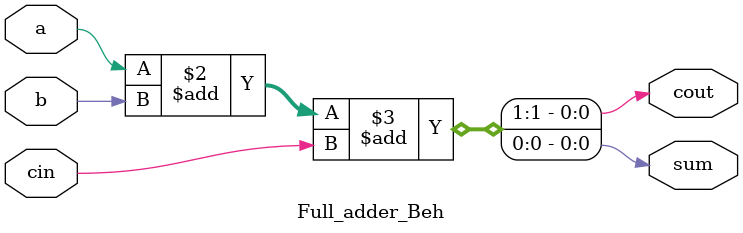
<source format=v>
module Full_adder_Beh(
    input a, b, cin,
    output reg sum, cout
    );

    always @(*) begin
        {cout, sum} = a + b + cin;
    end
endmodule
</source>
